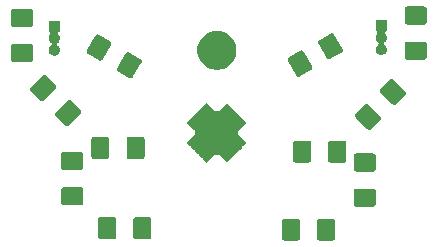
<source format=gbr>
G04 #@! TF.GenerationSoftware,KiCad,Pcbnew,(5.1.5)-3*
G04 #@! TF.CreationDate,2020-05-15T21:02:07+03:00*
G04 #@! TF.ProjectId,ButterflyJewel,42757474-6572-4666-9c79-4a6577656c2e,rev?*
G04 #@! TF.SameCoordinates,Original*
G04 #@! TF.FileFunction,Soldermask,Top*
G04 #@! TF.FilePolarity,Negative*
%FSLAX46Y46*%
G04 Gerber Fmt 4.6, Leading zero omitted, Abs format (unit mm)*
G04 Created by KiCad (PCBNEW (5.1.5)-3) date 2020-05-15 21:02:07*
%MOMM*%
%LPD*%
G04 APERTURE LIST*
%ADD10C,0.100000*%
G04 APERTURE END LIST*
D10*
G36*
X205872062Y-46957181D02*
G01*
X205906981Y-46967774D01*
X205939163Y-46984976D01*
X205967373Y-47008127D01*
X205990524Y-47036337D01*
X206007726Y-47068519D01*
X206018319Y-47103438D01*
X206022500Y-47145895D01*
X206022500Y-48612105D01*
X206018319Y-48654562D01*
X206007726Y-48689481D01*
X205990524Y-48721663D01*
X205967373Y-48749873D01*
X205939163Y-48773024D01*
X205906981Y-48790226D01*
X205872062Y-48800819D01*
X205829605Y-48805000D01*
X204688395Y-48805000D01*
X204645938Y-48800819D01*
X204611019Y-48790226D01*
X204578837Y-48773024D01*
X204550627Y-48749873D01*
X204527476Y-48721663D01*
X204510274Y-48689481D01*
X204499681Y-48654562D01*
X204495500Y-48612105D01*
X204495500Y-47145895D01*
X204499681Y-47103438D01*
X204510274Y-47068519D01*
X204527476Y-47036337D01*
X204550627Y-47008127D01*
X204578837Y-46984976D01*
X204611019Y-46967774D01*
X204645938Y-46957181D01*
X204688395Y-46953000D01*
X205829605Y-46953000D01*
X205872062Y-46957181D01*
G37*
G36*
X202897062Y-46957181D02*
G01*
X202931981Y-46967774D01*
X202964163Y-46984976D01*
X202992373Y-47008127D01*
X203015524Y-47036337D01*
X203032726Y-47068519D01*
X203043319Y-47103438D01*
X203047500Y-47145895D01*
X203047500Y-48612105D01*
X203043319Y-48654562D01*
X203032726Y-48689481D01*
X203015524Y-48721663D01*
X202992373Y-48749873D01*
X202964163Y-48773024D01*
X202931981Y-48790226D01*
X202897062Y-48800819D01*
X202854605Y-48805000D01*
X201713395Y-48805000D01*
X201670938Y-48800819D01*
X201636019Y-48790226D01*
X201603837Y-48773024D01*
X201575627Y-48749873D01*
X201552476Y-48721663D01*
X201535274Y-48689481D01*
X201524681Y-48654562D01*
X201520500Y-48612105D01*
X201520500Y-47145895D01*
X201524681Y-47103438D01*
X201535274Y-47068519D01*
X201552476Y-47036337D01*
X201575627Y-47008127D01*
X201603837Y-46984976D01*
X201636019Y-46967774D01*
X201670938Y-46957181D01*
X201713395Y-46953000D01*
X202854605Y-46953000D01*
X202897062Y-46957181D01*
G37*
G36*
X187339562Y-46830181D02*
G01*
X187374481Y-46840774D01*
X187406663Y-46857976D01*
X187434873Y-46881127D01*
X187458024Y-46909337D01*
X187475226Y-46941519D01*
X187485819Y-46976438D01*
X187490000Y-47018895D01*
X187490000Y-48485105D01*
X187485819Y-48527562D01*
X187475226Y-48562481D01*
X187458024Y-48594663D01*
X187434873Y-48622873D01*
X187406663Y-48646024D01*
X187374481Y-48663226D01*
X187339562Y-48673819D01*
X187297105Y-48678000D01*
X186155895Y-48678000D01*
X186113438Y-48673819D01*
X186078519Y-48663226D01*
X186046337Y-48646024D01*
X186018127Y-48622873D01*
X185994976Y-48594663D01*
X185977774Y-48562481D01*
X185967181Y-48527562D01*
X185963000Y-48485105D01*
X185963000Y-47018895D01*
X185967181Y-46976438D01*
X185977774Y-46941519D01*
X185994976Y-46909337D01*
X186018127Y-46881127D01*
X186046337Y-46857976D01*
X186078519Y-46840774D01*
X186113438Y-46830181D01*
X186155895Y-46826000D01*
X187297105Y-46826000D01*
X187339562Y-46830181D01*
G37*
G36*
X190314562Y-46830181D02*
G01*
X190349481Y-46840774D01*
X190381663Y-46857976D01*
X190409873Y-46881127D01*
X190433024Y-46909337D01*
X190450226Y-46941519D01*
X190460819Y-46976438D01*
X190465000Y-47018895D01*
X190465000Y-48485105D01*
X190460819Y-48527562D01*
X190450226Y-48562481D01*
X190433024Y-48594663D01*
X190409873Y-48622873D01*
X190381663Y-48646024D01*
X190349481Y-48663226D01*
X190314562Y-48673819D01*
X190272105Y-48678000D01*
X189130895Y-48678000D01*
X189088438Y-48673819D01*
X189053519Y-48663226D01*
X189021337Y-48646024D01*
X188993127Y-48622873D01*
X188969976Y-48594663D01*
X188952774Y-48562481D01*
X188942181Y-48527562D01*
X188938000Y-48485105D01*
X188938000Y-47018895D01*
X188942181Y-46976438D01*
X188952774Y-46941519D01*
X188969976Y-46909337D01*
X188993127Y-46881127D01*
X189021337Y-46857976D01*
X189053519Y-46840774D01*
X189088438Y-46830181D01*
X189130895Y-46826000D01*
X190272105Y-46826000D01*
X190314562Y-46830181D01*
G37*
G36*
X209309562Y-44416181D02*
G01*
X209344481Y-44426774D01*
X209376663Y-44443976D01*
X209404873Y-44467127D01*
X209428024Y-44495337D01*
X209445226Y-44527519D01*
X209455819Y-44562438D01*
X209460000Y-44604895D01*
X209460000Y-45746105D01*
X209455819Y-45788562D01*
X209445226Y-45823481D01*
X209428024Y-45855663D01*
X209404873Y-45883873D01*
X209376663Y-45907024D01*
X209344481Y-45924226D01*
X209309562Y-45934819D01*
X209267105Y-45939000D01*
X207800895Y-45939000D01*
X207758438Y-45934819D01*
X207723519Y-45924226D01*
X207691337Y-45907024D01*
X207663127Y-45883873D01*
X207639976Y-45855663D01*
X207622774Y-45823481D01*
X207612181Y-45788562D01*
X207608000Y-45746105D01*
X207608000Y-44604895D01*
X207612181Y-44562438D01*
X207622774Y-44527519D01*
X207639976Y-44495337D01*
X207663127Y-44467127D01*
X207691337Y-44443976D01*
X207723519Y-44426774D01*
X207758438Y-44416181D01*
X207800895Y-44412000D01*
X209267105Y-44412000D01*
X209309562Y-44416181D01*
G37*
G36*
X184544562Y-44289181D02*
G01*
X184579481Y-44299774D01*
X184611663Y-44316976D01*
X184639873Y-44340127D01*
X184663024Y-44368337D01*
X184680226Y-44400519D01*
X184690819Y-44435438D01*
X184695000Y-44477895D01*
X184695000Y-45619105D01*
X184690819Y-45661562D01*
X184680226Y-45696481D01*
X184663024Y-45728663D01*
X184639873Y-45756873D01*
X184611663Y-45780024D01*
X184579481Y-45797226D01*
X184544562Y-45807819D01*
X184502105Y-45812000D01*
X183035895Y-45812000D01*
X182993438Y-45807819D01*
X182958519Y-45797226D01*
X182926337Y-45780024D01*
X182898127Y-45756873D01*
X182874976Y-45728663D01*
X182857774Y-45696481D01*
X182847181Y-45661562D01*
X182843000Y-45619105D01*
X182843000Y-44477895D01*
X182847181Y-44435438D01*
X182857774Y-44400519D01*
X182874976Y-44368337D01*
X182898127Y-44340127D01*
X182926337Y-44316976D01*
X182958519Y-44299774D01*
X182993438Y-44289181D01*
X183035895Y-44285000D01*
X184502105Y-44285000D01*
X184544562Y-44289181D01*
G37*
G36*
X209309562Y-41441181D02*
G01*
X209344481Y-41451774D01*
X209376663Y-41468976D01*
X209404873Y-41492127D01*
X209428024Y-41520337D01*
X209445226Y-41552519D01*
X209455819Y-41587438D01*
X209460000Y-41629895D01*
X209460000Y-42771105D01*
X209455819Y-42813562D01*
X209445226Y-42848481D01*
X209428024Y-42880663D01*
X209404873Y-42908873D01*
X209376663Y-42932024D01*
X209344481Y-42949226D01*
X209309562Y-42959819D01*
X209267105Y-42964000D01*
X207800895Y-42964000D01*
X207758438Y-42959819D01*
X207723519Y-42949226D01*
X207691337Y-42932024D01*
X207663127Y-42908873D01*
X207639976Y-42880663D01*
X207622774Y-42848481D01*
X207612181Y-42813562D01*
X207608000Y-42771105D01*
X207608000Y-41629895D01*
X207612181Y-41587438D01*
X207622774Y-41552519D01*
X207639976Y-41520337D01*
X207663127Y-41492127D01*
X207691337Y-41468976D01*
X207723519Y-41451774D01*
X207758438Y-41441181D01*
X207800895Y-41437000D01*
X209267105Y-41437000D01*
X209309562Y-41441181D01*
G37*
G36*
X184544562Y-41314181D02*
G01*
X184579481Y-41324774D01*
X184611663Y-41341976D01*
X184639873Y-41365127D01*
X184663024Y-41393337D01*
X184680226Y-41425519D01*
X184690819Y-41460438D01*
X184695000Y-41502895D01*
X184695000Y-42644105D01*
X184690819Y-42686562D01*
X184680226Y-42721481D01*
X184663024Y-42753663D01*
X184639873Y-42781873D01*
X184611663Y-42805024D01*
X184579481Y-42822226D01*
X184544562Y-42832819D01*
X184502105Y-42837000D01*
X183035895Y-42837000D01*
X182993438Y-42832819D01*
X182958519Y-42822226D01*
X182926337Y-42805024D01*
X182898127Y-42781873D01*
X182874976Y-42753663D01*
X182857774Y-42721481D01*
X182847181Y-42686562D01*
X182843000Y-42644105D01*
X182843000Y-41502895D01*
X182847181Y-41460438D01*
X182857774Y-41425519D01*
X182874976Y-41393337D01*
X182898127Y-41365127D01*
X182926337Y-41341976D01*
X182958519Y-41324774D01*
X182993438Y-41314181D01*
X183035895Y-41310000D01*
X184502105Y-41310000D01*
X184544562Y-41314181D01*
G37*
G36*
X196865322Y-37169825D02*
G01*
X196869996Y-37171243D01*
X196874298Y-37173542D01*
X196882837Y-37180550D01*
X197086998Y-37384711D01*
X197094006Y-37393250D01*
X197096305Y-37397552D01*
X197097723Y-37402226D01*
X197098531Y-37410428D01*
X197103312Y-37434462D01*
X197112690Y-37457100D01*
X197126305Y-37477474D01*
X197143632Y-37494801D01*
X197164007Y-37508414D01*
X197186646Y-37517791D01*
X197210673Y-37522570D01*
X197218875Y-37523378D01*
X197223549Y-37524796D01*
X197227851Y-37527095D01*
X197236390Y-37534103D01*
X197440551Y-37738264D01*
X197447559Y-37746803D01*
X197449858Y-37751105D01*
X197451276Y-37755779D01*
X197452084Y-37763981D01*
X197456865Y-37788015D01*
X197466243Y-37810653D01*
X197479858Y-37831027D01*
X197497185Y-37848354D01*
X197517560Y-37861967D01*
X197540199Y-37871344D01*
X197564226Y-37876123D01*
X197572429Y-37876931D01*
X197577103Y-37878349D01*
X197581405Y-37880648D01*
X197589944Y-37887656D01*
X197794105Y-38091817D01*
X197801113Y-38100356D01*
X197803412Y-38104658D01*
X197804830Y-38109332D01*
X197805638Y-38117535D01*
X197810419Y-38141568D01*
X197819797Y-38164207D01*
X197833411Y-38184581D01*
X197850739Y-38201907D01*
X197871113Y-38215521D01*
X197893752Y-38224897D01*
X197917780Y-38229677D01*
X197925982Y-38230485D01*
X197930656Y-38231903D01*
X197934958Y-38234202D01*
X197943497Y-38241210D01*
X198147658Y-38445371D01*
X198154666Y-38453910D01*
X198156965Y-38458212D01*
X198158383Y-38462886D01*
X198159191Y-38471088D01*
X198163972Y-38495122D01*
X198173350Y-38517760D01*
X198186965Y-38538134D01*
X198204292Y-38555461D01*
X198224667Y-38569074D01*
X198247306Y-38578451D01*
X198271333Y-38583230D01*
X198279535Y-38584038D01*
X198284209Y-38585456D01*
X198288511Y-38587755D01*
X198297050Y-38594763D01*
X198501211Y-38798924D01*
X198508219Y-38807463D01*
X198510518Y-38811765D01*
X198511936Y-38816439D01*
X198512414Y-38821294D01*
X198511936Y-38826149D01*
X198510518Y-38830823D01*
X198508219Y-38835125D01*
X198501211Y-38843664D01*
X197872788Y-39472087D01*
X197862322Y-39480676D01*
X197844995Y-39498003D01*
X197831381Y-39518377D01*
X197822003Y-39541016D01*
X197817222Y-39565049D01*
X197817222Y-39589553D01*
X197822002Y-39613586D01*
X197823359Y-39616864D01*
X197835422Y-39656630D01*
X197838462Y-39687500D01*
X197835422Y-39718370D01*
X197823354Y-39758152D01*
X197821997Y-39761431D01*
X197817220Y-39785465D01*
X197817224Y-39809969D01*
X197822008Y-39834001D01*
X197831389Y-39856639D01*
X197845006Y-39877011D01*
X197862322Y-39894324D01*
X197872788Y-39902913D01*
X198501211Y-40531336D01*
X198508219Y-40539875D01*
X198510518Y-40544177D01*
X198511936Y-40548851D01*
X198512414Y-40553706D01*
X198511936Y-40558561D01*
X198510518Y-40563235D01*
X198508219Y-40567537D01*
X198501211Y-40576076D01*
X198297050Y-40780237D01*
X198288511Y-40787245D01*
X198284209Y-40789544D01*
X198279535Y-40790962D01*
X198271333Y-40791770D01*
X198247299Y-40796551D01*
X198224661Y-40805929D01*
X198204287Y-40819544D01*
X198186960Y-40836871D01*
X198173347Y-40857246D01*
X198163970Y-40879885D01*
X198159191Y-40903912D01*
X198158383Y-40912114D01*
X198156965Y-40916788D01*
X198154666Y-40921090D01*
X198147658Y-40929629D01*
X197943497Y-41133790D01*
X197934958Y-41140798D01*
X197930656Y-41143097D01*
X197925982Y-41144515D01*
X197917780Y-41145323D01*
X197893746Y-41150104D01*
X197871108Y-41159482D01*
X197850734Y-41173097D01*
X197833407Y-41190424D01*
X197819794Y-41210799D01*
X197810417Y-41233438D01*
X197805638Y-41257465D01*
X197804830Y-41265668D01*
X197803412Y-41270342D01*
X197801113Y-41274644D01*
X197794105Y-41283183D01*
X197589944Y-41487344D01*
X197581405Y-41494352D01*
X197577103Y-41496651D01*
X197572429Y-41498069D01*
X197564226Y-41498877D01*
X197540193Y-41503658D01*
X197517554Y-41513036D01*
X197497180Y-41526650D01*
X197479854Y-41543978D01*
X197466240Y-41564352D01*
X197456864Y-41586991D01*
X197452084Y-41611019D01*
X197451276Y-41619221D01*
X197449858Y-41623895D01*
X197447559Y-41628197D01*
X197440551Y-41636736D01*
X197236390Y-41840897D01*
X197227851Y-41847905D01*
X197223549Y-41850204D01*
X197218875Y-41851622D01*
X197210673Y-41852430D01*
X197186639Y-41857211D01*
X197164001Y-41866589D01*
X197143627Y-41880204D01*
X197126300Y-41897531D01*
X197112687Y-41917906D01*
X197103310Y-41940545D01*
X197098531Y-41964572D01*
X197097723Y-41972774D01*
X197096305Y-41977448D01*
X197094006Y-41981750D01*
X197086998Y-41990289D01*
X196882837Y-42194450D01*
X196874298Y-42201458D01*
X196869996Y-42203757D01*
X196865322Y-42205175D01*
X196860467Y-42205653D01*
X196855612Y-42205175D01*
X196850938Y-42203757D01*
X196846636Y-42201458D01*
X196838097Y-42194450D01*
X196209674Y-41566027D01*
X196201085Y-41555561D01*
X196183758Y-41538234D01*
X196163384Y-41524620D01*
X196140745Y-41515242D01*
X196116712Y-41510461D01*
X196092208Y-41510461D01*
X196068175Y-41515241D01*
X196064897Y-41516598D01*
X196025131Y-41528661D01*
X195994261Y-41531701D01*
X195963391Y-41528661D01*
X195923609Y-41516593D01*
X195920330Y-41515236D01*
X195896296Y-41510459D01*
X195871792Y-41510463D01*
X195847760Y-41515247D01*
X195825122Y-41524628D01*
X195804750Y-41538245D01*
X195787437Y-41555561D01*
X195778848Y-41566027D01*
X195150425Y-42194450D01*
X195141886Y-42201458D01*
X195137584Y-42203757D01*
X195132910Y-42205175D01*
X195128055Y-42205653D01*
X195123200Y-42205175D01*
X195118526Y-42203757D01*
X195114224Y-42201458D01*
X195105685Y-42194450D01*
X194901524Y-41990289D01*
X194894516Y-41981750D01*
X194892217Y-41977448D01*
X194890799Y-41972774D01*
X194889991Y-41964572D01*
X194885210Y-41940538D01*
X194875832Y-41917900D01*
X194862217Y-41897526D01*
X194844890Y-41880199D01*
X194824515Y-41866586D01*
X194801876Y-41857209D01*
X194777849Y-41852430D01*
X194769647Y-41851622D01*
X194764973Y-41850204D01*
X194760671Y-41847905D01*
X194752132Y-41840897D01*
X194547971Y-41636736D01*
X194540963Y-41628197D01*
X194538664Y-41623895D01*
X194537246Y-41619221D01*
X194536438Y-41611019D01*
X194531657Y-41586985D01*
X194522279Y-41564347D01*
X194508664Y-41543973D01*
X194491337Y-41526646D01*
X194470962Y-41513033D01*
X194448323Y-41503656D01*
X194424296Y-41498877D01*
X194416093Y-41498069D01*
X194411419Y-41496651D01*
X194407117Y-41494352D01*
X194398578Y-41487344D01*
X194194417Y-41283183D01*
X194187409Y-41274644D01*
X194185110Y-41270342D01*
X194183692Y-41265668D01*
X194182884Y-41257465D01*
X194178103Y-41233432D01*
X194168725Y-41210793D01*
X194155111Y-41190419D01*
X194137783Y-41173093D01*
X194117409Y-41159479D01*
X194094770Y-41150103D01*
X194070742Y-41145323D01*
X194062540Y-41144515D01*
X194057866Y-41143097D01*
X194053564Y-41140798D01*
X194045025Y-41133790D01*
X193840864Y-40929629D01*
X193833856Y-40921090D01*
X193831557Y-40916788D01*
X193830139Y-40912114D01*
X193829331Y-40903912D01*
X193824550Y-40879878D01*
X193815172Y-40857240D01*
X193801557Y-40836866D01*
X193784230Y-40819539D01*
X193763855Y-40805926D01*
X193741216Y-40796549D01*
X193717189Y-40791770D01*
X193708987Y-40790962D01*
X193704313Y-40789544D01*
X193700011Y-40787245D01*
X193691472Y-40780237D01*
X193487311Y-40576076D01*
X193480303Y-40567537D01*
X193478004Y-40563235D01*
X193476586Y-40558561D01*
X193476108Y-40553706D01*
X193476586Y-40548851D01*
X193478004Y-40544177D01*
X193480303Y-40539875D01*
X193487311Y-40531336D01*
X194115734Y-39902913D01*
X194126200Y-39894324D01*
X194143527Y-39876997D01*
X194157141Y-39856623D01*
X194166519Y-39833984D01*
X194171300Y-39809951D01*
X194171300Y-39785447D01*
X194166520Y-39761414D01*
X194165163Y-39758136D01*
X194153100Y-39718370D01*
X194150060Y-39687500D01*
X194153100Y-39656630D01*
X194165168Y-39616848D01*
X194166525Y-39613569D01*
X194171302Y-39589535D01*
X194171298Y-39565031D01*
X194166514Y-39540999D01*
X194157133Y-39518361D01*
X194143516Y-39497989D01*
X194126200Y-39480676D01*
X194115734Y-39472087D01*
X193487311Y-38843664D01*
X193480303Y-38835125D01*
X193478004Y-38830823D01*
X193476586Y-38826149D01*
X193476108Y-38821294D01*
X193476586Y-38816439D01*
X193478004Y-38811765D01*
X193480303Y-38807463D01*
X193487311Y-38798924D01*
X193691472Y-38594763D01*
X193700011Y-38587755D01*
X193704313Y-38585456D01*
X193708987Y-38584038D01*
X193717189Y-38583230D01*
X193741223Y-38578449D01*
X193763861Y-38569071D01*
X193784235Y-38555456D01*
X193801562Y-38538129D01*
X193815175Y-38517754D01*
X193824552Y-38495115D01*
X193829331Y-38471088D01*
X193830139Y-38462886D01*
X193831557Y-38458212D01*
X193833856Y-38453910D01*
X193840864Y-38445371D01*
X194045025Y-38241210D01*
X194053564Y-38234202D01*
X194057866Y-38231903D01*
X194062540Y-38230485D01*
X194070742Y-38229677D01*
X194094776Y-38224896D01*
X194117414Y-38215518D01*
X194137788Y-38201903D01*
X194155115Y-38184576D01*
X194168728Y-38164201D01*
X194178105Y-38141562D01*
X194182884Y-38117535D01*
X194183692Y-38109332D01*
X194185110Y-38104658D01*
X194187409Y-38100356D01*
X194194417Y-38091817D01*
X194398578Y-37887656D01*
X194407117Y-37880648D01*
X194411419Y-37878349D01*
X194416093Y-37876931D01*
X194424296Y-37876123D01*
X194448329Y-37871342D01*
X194470968Y-37861964D01*
X194491342Y-37848350D01*
X194508668Y-37831022D01*
X194522282Y-37810648D01*
X194531658Y-37788009D01*
X194536438Y-37763981D01*
X194537246Y-37755779D01*
X194538664Y-37751105D01*
X194540963Y-37746803D01*
X194547971Y-37738264D01*
X194752132Y-37534103D01*
X194760671Y-37527095D01*
X194764973Y-37524796D01*
X194769647Y-37523378D01*
X194777849Y-37522570D01*
X194801883Y-37517789D01*
X194824521Y-37508411D01*
X194844895Y-37494796D01*
X194862222Y-37477469D01*
X194875835Y-37457094D01*
X194885212Y-37434455D01*
X194889991Y-37410428D01*
X194890799Y-37402226D01*
X194892217Y-37397552D01*
X194894516Y-37393250D01*
X194901524Y-37384711D01*
X195105685Y-37180550D01*
X195114224Y-37173542D01*
X195118526Y-37171243D01*
X195123200Y-37169825D01*
X195128055Y-37169347D01*
X195132910Y-37169825D01*
X195137584Y-37171243D01*
X195141886Y-37173542D01*
X195150425Y-37180550D01*
X195778848Y-37808973D01*
X195787437Y-37819439D01*
X195804764Y-37836766D01*
X195825138Y-37850380D01*
X195847777Y-37859758D01*
X195871810Y-37864539D01*
X195896314Y-37864539D01*
X195920347Y-37859759D01*
X195923625Y-37858402D01*
X195963391Y-37846339D01*
X195994261Y-37843299D01*
X196025131Y-37846339D01*
X196064913Y-37858407D01*
X196068192Y-37859764D01*
X196092226Y-37864541D01*
X196116730Y-37864537D01*
X196140762Y-37859753D01*
X196163400Y-37850372D01*
X196183772Y-37836755D01*
X196201085Y-37819439D01*
X196209674Y-37808973D01*
X196838097Y-37180550D01*
X196846636Y-37173542D01*
X196850938Y-37171243D01*
X196855612Y-37169825D01*
X196860467Y-37169347D01*
X196865322Y-37169825D01*
G37*
G36*
X203849562Y-40353181D02*
G01*
X203884481Y-40363774D01*
X203916663Y-40380976D01*
X203944873Y-40404127D01*
X203968024Y-40432337D01*
X203985226Y-40464519D01*
X203995819Y-40499438D01*
X204000000Y-40541895D01*
X204000000Y-42008105D01*
X203995819Y-42050562D01*
X203985226Y-42085481D01*
X203968024Y-42117663D01*
X203944873Y-42145873D01*
X203916663Y-42169024D01*
X203884481Y-42186226D01*
X203849562Y-42196819D01*
X203807105Y-42201000D01*
X202665895Y-42201000D01*
X202623438Y-42196819D01*
X202588519Y-42186226D01*
X202556337Y-42169024D01*
X202528127Y-42145873D01*
X202504976Y-42117663D01*
X202487774Y-42085481D01*
X202477181Y-42050562D01*
X202473000Y-42008105D01*
X202473000Y-40541895D01*
X202477181Y-40499438D01*
X202487774Y-40464519D01*
X202504976Y-40432337D01*
X202528127Y-40404127D01*
X202556337Y-40380976D01*
X202588519Y-40363774D01*
X202623438Y-40353181D01*
X202665895Y-40349000D01*
X203807105Y-40349000D01*
X203849562Y-40353181D01*
G37*
G36*
X206824562Y-40353181D02*
G01*
X206859481Y-40363774D01*
X206891663Y-40380976D01*
X206919873Y-40404127D01*
X206943024Y-40432337D01*
X206960226Y-40464519D01*
X206970819Y-40499438D01*
X206975000Y-40541895D01*
X206975000Y-42008105D01*
X206970819Y-42050562D01*
X206960226Y-42085481D01*
X206943024Y-42117663D01*
X206919873Y-42145873D01*
X206891663Y-42169024D01*
X206859481Y-42186226D01*
X206824562Y-42196819D01*
X206782105Y-42201000D01*
X205640895Y-42201000D01*
X205598438Y-42196819D01*
X205563519Y-42186226D01*
X205531337Y-42169024D01*
X205503127Y-42145873D01*
X205479976Y-42117663D01*
X205462774Y-42085481D01*
X205452181Y-42050562D01*
X205448000Y-42008105D01*
X205448000Y-40541895D01*
X205452181Y-40499438D01*
X205462774Y-40464519D01*
X205479976Y-40432337D01*
X205503127Y-40404127D01*
X205531337Y-40380976D01*
X205563519Y-40363774D01*
X205598438Y-40353181D01*
X205640895Y-40349000D01*
X206782105Y-40349000D01*
X206824562Y-40353181D01*
G37*
G36*
X189743062Y-40035681D02*
G01*
X189777981Y-40046274D01*
X189810163Y-40063476D01*
X189838373Y-40086627D01*
X189861524Y-40114837D01*
X189878726Y-40147019D01*
X189889319Y-40181938D01*
X189893500Y-40224395D01*
X189893500Y-41690605D01*
X189889319Y-41733062D01*
X189878726Y-41767981D01*
X189861524Y-41800163D01*
X189838373Y-41828373D01*
X189810163Y-41851524D01*
X189777981Y-41868726D01*
X189743062Y-41879319D01*
X189700605Y-41883500D01*
X188559395Y-41883500D01*
X188516938Y-41879319D01*
X188482019Y-41868726D01*
X188449837Y-41851524D01*
X188421627Y-41828373D01*
X188398476Y-41800163D01*
X188381274Y-41767981D01*
X188370681Y-41733062D01*
X188366500Y-41690605D01*
X188366500Y-40224395D01*
X188370681Y-40181938D01*
X188381274Y-40147019D01*
X188398476Y-40114837D01*
X188421627Y-40086627D01*
X188449837Y-40063476D01*
X188482019Y-40046274D01*
X188516938Y-40035681D01*
X188559395Y-40031500D01*
X189700605Y-40031500D01*
X189743062Y-40035681D01*
G37*
G36*
X186768062Y-40035681D02*
G01*
X186802981Y-40046274D01*
X186835163Y-40063476D01*
X186863373Y-40086627D01*
X186886524Y-40114837D01*
X186903726Y-40147019D01*
X186914319Y-40181938D01*
X186918500Y-40224395D01*
X186918500Y-41690605D01*
X186914319Y-41733062D01*
X186903726Y-41767981D01*
X186886524Y-41800163D01*
X186863373Y-41828373D01*
X186835163Y-41851524D01*
X186802981Y-41868726D01*
X186768062Y-41879319D01*
X186725605Y-41883500D01*
X185584395Y-41883500D01*
X185541938Y-41879319D01*
X185507019Y-41868726D01*
X185474837Y-41851524D01*
X185446627Y-41828373D01*
X185423476Y-41800163D01*
X185406274Y-41767981D01*
X185395681Y-41733062D01*
X185391500Y-41690605D01*
X185391500Y-40224395D01*
X185395681Y-40181938D01*
X185406274Y-40147019D01*
X185423476Y-40114837D01*
X185446627Y-40086627D01*
X185474837Y-40063476D01*
X185507019Y-40046274D01*
X185541938Y-40035681D01*
X185584395Y-40031500D01*
X186725605Y-40031500D01*
X186768062Y-40035681D01*
G37*
G36*
X208737091Y-37213202D02*
G01*
X208772010Y-37223795D01*
X208804192Y-37240997D01*
X208837166Y-37268058D01*
X208890198Y-37321090D01*
X208890204Y-37321095D01*
X209820905Y-38251796D01*
X209820910Y-38251802D01*
X209873942Y-38304834D01*
X209901003Y-38337808D01*
X209918205Y-38369990D01*
X209928798Y-38404909D01*
X209932374Y-38441226D01*
X209928798Y-38477543D01*
X209918205Y-38512462D01*
X209901003Y-38544644D01*
X209873942Y-38577618D01*
X209820910Y-38630650D01*
X209820905Y-38630656D01*
X209120014Y-39331547D01*
X209120008Y-39331552D01*
X209066976Y-39384584D01*
X209034002Y-39411645D01*
X209001820Y-39428847D01*
X208966901Y-39439440D01*
X208930584Y-39443016D01*
X208894267Y-39439440D01*
X208859348Y-39428847D01*
X208827166Y-39411645D01*
X208794192Y-39384584D01*
X208741160Y-39331552D01*
X208741154Y-39331547D01*
X207810453Y-38400846D01*
X207810448Y-38400840D01*
X207757416Y-38347808D01*
X207730355Y-38314834D01*
X207713153Y-38282652D01*
X207702560Y-38247733D01*
X207698984Y-38211416D01*
X207702560Y-38175099D01*
X207713153Y-38140180D01*
X207730355Y-38107998D01*
X207757416Y-38075024D01*
X207810448Y-38021992D01*
X207810453Y-38021986D01*
X208511344Y-37321095D01*
X208511350Y-37321090D01*
X208564382Y-37268058D01*
X208597356Y-37240997D01*
X208629538Y-37223795D01*
X208664457Y-37213202D01*
X208700774Y-37209626D01*
X208737091Y-37213202D01*
G37*
G36*
X183575043Y-36895702D02*
G01*
X183609962Y-36906295D01*
X183642144Y-36923497D01*
X183675118Y-36950558D01*
X183728150Y-37003590D01*
X183728156Y-37003595D01*
X184429047Y-37704486D01*
X184429052Y-37704492D01*
X184482084Y-37757524D01*
X184509145Y-37790498D01*
X184526347Y-37822680D01*
X184536940Y-37857599D01*
X184540516Y-37893916D01*
X184536940Y-37930233D01*
X184526347Y-37965152D01*
X184509145Y-37997334D01*
X184482084Y-38030308D01*
X184429052Y-38083340D01*
X184429047Y-38083346D01*
X183498346Y-39014047D01*
X183498340Y-39014052D01*
X183445308Y-39067084D01*
X183412334Y-39094145D01*
X183380152Y-39111347D01*
X183345233Y-39121940D01*
X183308916Y-39125516D01*
X183272599Y-39121940D01*
X183237680Y-39111347D01*
X183205498Y-39094145D01*
X183172524Y-39067084D01*
X183119492Y-39014052D01*
X183119486Y-39014047D01*
X182418595Y-38313156D01*
X182418590Y-38313150D01*
X182365558Y-38260118D01*
X182338497Y-38227144D01*
X182321295Y-38194962D01*
X182310702Y-38160043D01*
X182307126Y-38123726D01*
X182310702Y-38087409D01*
X182321295Y-38052490D01*
X182338497Y-38020308D01*
X182365558Y-37987334D01*
X182418590Y-37934302D01*
X182418595Y-37934296D01*
X183349296Y-37003595D01*
X183349302Y-37003590D01*
X183402334Y-36950558D01*
X183435308Y-36923497D01*
X183467490Y-36906295D01*
X183502409Y-36895702D01*
X183538726Y-36892126D01*
X183575043Y-36895702D01*
G37*
G36*
X210840733Y-35109560D02*
G01*
X210875652Y-35120153D01*
X210907834Y-35137355D01*
X210940808Y-35164416D01*
X210993840Y-35217448D01*
X210993846Y-35217453D01*
X211924547Y-36148154D01*
X211924552Y-36148160D01*
X211977584Y-36201192D01*
X212004645Y-36234166D01*
X212021847Y-36266348D01*
X212032440Y-36301267D01*
X212036016Y-36337584D01*
X212032440Y-36373901D01*
X212021847Y-36408820D01*
X212004645Y-36441002D01*
X211977584Y-36473976D01*
X211924552Y-36527008D01*
X211924547Y-36527014D01*
X211223656Y-37227905D01*
X211223650Y-37227910D01*
X211170618Y-37280942D01*
X211137644Y-37308003D01*
X211105462Y-37325205D01*
X211070543Y-37335798D01*
X211034226Y-37339374D01*
X210997909Y-37335798D01*
X210962990Y-37325205D01*
X210930808Y-37308003D01*
X210897834Y-37280942D01*
X210844802Y-37227910D01*
X210844796Y-37227905D01*
X209914095Y-36297204D01*
X209914090Y-36297198D01*
X209861058Y-36244166D01*
X209833997Y-36211192D01*
X209816795Y-36179010D01*
X209806202Y-36144091D01*
X209802626Y-36107774D01*
X209806202Y-36071457D01*
X209816795Y-36036538D01*
X209833997Y-36004356D01*
X209861058Y-35971382D01*
X209914090Y-35918350D01*
X209914095Y-35918344D01*
X210614986Y-35217453D01*
X210614992Y-35217448D01*
X210668024Y-35164416D01*
X210700998Y-35137355D01*
X210733180Y-35120153D01*
X210768099Y-35109560D01*
X210804416Y-35105984D01*
X210840733Y-35109560D01*
G37*
G36*
X181471401Y-34792060D02*
G01*
X181506320Y-34802653D01*
X181538502Y-34819855D01*
X181571476Y-34846916D01*
X181624508Y-34899948D01*
X181624514Y-34899953D01*
X182325405Y-35600844D01*
X182325410Y-35600850D01*
X182378442Y-35653882D01*
X182405503Y-35686856D01*
X182422705Y-35719038D01*
X182433298Y-35753957D01*
X182436874Y-35790274D01*
X182433298Y-35826591D01*
X182422705Y-35861510D01*
X182405503Y-35893692D01*
X182378442Y-35926666D01*
X182325410Y-35979698D01*
X182325405Y-35979704D01*
X181394704Y-36910405D01*
X181394698Y-36910410D01*
X181341666Y-36963442D01*
X181308692Y-36990503D01*
X181276510Y-37007705D01*
X181241591Y-37018298D01*
X181205274Y-37021874D01*
X181168957Y-37018298D01*
X181134038Y-37007705D01*
X181101856Y-36990503D01*
X181068882Y-36963442D01*
X181015850Y-36910410D01*
X181015844Y-36910405D01*
X180314953Y-36209514D01*
X180314948Y-36209508D01*
X180261916Y-36156476D01*
X180234855Y-36123502D01*
X180217653Y-36091320D01*
X180207060Y-36056401D01*
X180203484Y-36020084D01*
X180207060Y-35983767D01*
X180217653Y-35948848D01*
X180234855Y-35916666D01*
X180261916Y-35883692D01*
X180314948Y-35830660D01*
X180314953Y-35830654D01*
X181245654Y-34899953D01*
X181245660Y-34899948D01*
X181298692Y-34846916D01*
X181331666Y-34819855D01*
X181363848Y-34802653D01*
X181398767Y-34792060D01*
X181435084Y-34788484D01*
X181471401Y-34792060D01*
G37*
G36*
X188507659Y-32841115D02*
G01*
X188543196Y-32849402D01*
X188582052Y-32867007D01*
X188647001Y-32904505D01*
X188647007Y-32904508D01*
X189505420Y-33400113D01*
X189505424Y-33400116D01*
X189570371Y-33437613D01*
X189605050Y-33462464D01*
X189629994Y-33489096D01*
X189649263Y-33520083D01*
X189662119Y-33554242D01*
X189668063Y-33590242D01*
X189666869Y-33626717D01*
X189658582Y-33662254D01*
X189640977Y-33701110D01*
X189603479Y-33766059D01*
X189603476Y-33766065D01*
X188945371Y-34905936D01*
X188945368Y-34905940D01*
X188907871Y-34970887D01*
X188883020Y-35005566D01*
X188856388Y-35030510D01*
X188825401Y-35049779D01*
X188791242Y-35062635D01*
X188755242Y-35068579D01*
X188718767Y-35067385D01*
X188683230Y-35059098D01*
X188644374Y-35041493D01*
X188579425Y-35003995D01*
X188579419Y-35003992D01*
X187721006Y-34508387D01*
X187721002Y-34508384D01*
X187656055Y-34470887D01*
X187621376Y-34446036D01*
X187596432Y-34419404D01*
X187577163Y-34388417D01*
X187564307Y-34354258D01*
X187558363Y-34318258D01*
X187559557Y-34281783D01*
X187567844Y-34246246D01*
X187585449Y-34207390D01*
X187622947Y-34142441D01*
X187622950Y-34142435D01*
X188281055Y-33002564D01*
X188281058Y-33002560D01*
X188318555Y-32937613D01*
X188343406Y-32902934D01*
X188370038Y-32877990D01*
X188401025Y-32858721D01*
X188435184Y-32845865D01*
X188471184Y-32839921D01*
X188507659Y-32841115D01*
G37*
G36*
X203232816Y-32718865D02*
G01*
X203266975Y-32731721D01*
X203297962Y-32750990D01*
X203324594Y-32775934D01*
X203349445Y-32810613D01*
X203386942Y-32875560D01*
X203386945Y-32875564D01*
X204045050Y-34015435D01*
X204045053Y-34015441D01*
X204082551Y-34080390D01*
X204100156Y-34119246D01*
X204108443Y-34154783D01*
X204109637Y-34191258D01*
X204103693Y-34227258D01*
X204090837Y-34261417D01*
X204071568Y-34292404D01*
X204046624Y-34319036D01*
X204011945Y-34343887D01*
X203946998Y-34381384D01*
X203946994Y-34381387D01*
X203088581Y-34876992D01*
X203088575Y-34876995D01*
X203023626Y-34914493D01*
X202984770Y-34932098D01*
X202949233Y-34940385D01*
X202912758Y-34941579D01*
X202876758Y-34935635D01*
X202842599Y-34922779D01*
X202811612Y-34903510D01*
X202784980Y-34878566D01*
X202760129Y-34843887D01*
X202722632Y-34778940D01*
X202722629Y-34778936D01*
X202064524Y-33639065D01*
X202064521Y-33639059D01*
X202027023Y-33574110D01*
X202009418Y-33535254D01*
X202001131Y-33499717D01*
X201999937Y-33463242D01*
X202005881Y-33427242D01*
X202018737Y-33393083D01*
X202038006Y-33362096D01*
X202062950Y-33335464D01*
X202097629Y-33310613D01*
X202162576Y-33273116D01*
X202162580Y-33273113D01*
X203020993Y-32777508D01*
X203020999Y-32777505D01*
X203085948Y-32740007D01*
X203124804Y-32722402D01*
X203160341Y-32714115D01*
X203196816Y-32712921D01*
X203232816Y-32718865D01*
G37*
G36*
X196357546Y-31085402D02*
G01*
X196506079Y-31114947D01*
X196615242Y-31160164D01*
X196801386Y-31237267D01*
X196806542Y-31239403D01*
X197076951Y-31420085D01*
X197306915Y-31650049D01*
X197487597Y-31920458D01*
X197612053Y-32220921D01*
X197623519Y-32278565D01*
X197675500Y-32539889D01*
X197675500Y-32865111D01*
X197612053Y-33184078D01*
X197488076Y-33483387D01*
X197487597Y-33484542D01*
X197306915Y-33754951D01*
X197076951Y-33984915D01*
X196806542Y-34165597D01*
X196506079Y-34290053D01*
X196399756Y-34311202D01*
X196187111Y-34353500D01*
X195861889Y-34353500D01*
X195649244Y-34311202D01*
X195542921Y-34290053D01*
X195242458Y-34165597D01*
X194972049Y-33984915D01*
X194742085Y-33754951D01*
X194561403Y-33484542D01*
X194560925Y-33483387D01*
X194436947Y-33184078D01*
X194373500Y-32865111D01*
X194373500Y-32539889D01*
X194425481Y-32278565D01*
X194436947Y-32220921D01*
X194561403Y-31920458D01*
X194742085Y-31650049D01*
X194972049Y-31420085D01*
X195242458Y-31239403D01*
X195247615Y-31237267D01*
X195433758Y-31160164D01*
X195542921Y-31114947D01*
X195691454Y-31085402D01*
X195861889Y-31051500D01*
X196187111Y-31051500D01*
X196357546Y-31085402D01*
G37*
G36*
X180290062Y-32160681D02*
G01*
X180324981Y-32171274D01*
X180357163Y-32188476D01*
X180385373Y-32211627D01*
X180408524Y-32239837D01*
X180425726Y-32272019D01*
X180436319Y-32306938D01*
X180440500Y-32349395D01*
X180440500Y-33490605D01*
X180436319Y-33533062D01*
X180425726Y-33567981D01*
X180408524Y-33600163D01*
X180385373Y-33628373D01*
X180357163Y-33651524D01*
X180324981Y-33668726D01*
X180290062Y-33679319D01*
X180247605Y-33683500D01*
X178781395Y-33683500D01*
X178738938Y-33679319D01*
X178704019Y-33668726D01*
X178671837Y-33651524D01*
X178643627Y-33628373D01*
X178620476Y-33600163D01*
X178603274Y-33567981D01*
X178592681Y-33533062D01*
X178588500Y-33490605D01*
X178588500Y-32349395D01*
X178592681Y-32306938D01*
X178603274Y-32272019D01*
X178620476Y-32239837D01*
X178643627Y-32211627D01*
X178671837Y-32188476D01*
X178704019Y-32171274D01*
X178738938Y-32160681D01*
X178781395Y-32156500D01*
X180247605Y-32156500D01*
X180290062Y-32160681D01*
G37*
G36*
X185931233Y-31353615D02*
G01*
X185966770Y-31361902D01*
X186005626Y-31379507D01*
X186070575Y-31417005D01*
X186070581Y-31417008D01*
X186928994Y-31912613D01*
X186928998Y-31912616D01*
X186993945Y-31950113D01*
X187028624Y-31974964D01*
X187053568Y-32001596D01*
X187072837Y-32032583D01*
X187085693Y-32066742D01*
X187091637Y-32102742D01*
X187090443Y-32139217D01*
X187082156Y-32174754D01*
X187064551Y-32213610D01*
X187027053Y-32278559D01*
X187027050Y-32278565D01*
X186368945Y-33418436D01*
X186368942Y-33418440D01*
X186331445Y-33483387D01*
X186306594Y-33518066D01*
X186279962Y-33543010D01*
X186248975Y-33562279D01*
X186214816Y-33575135D01*
X186178816Y-33581079D01*
X186142341Y-33579885D01*
X186106804Y-33571598D01*
X186067948Y-33553993D01*
X186002999Y-33516495D01*
X186002993Y-33516492D01*
X185144580Y-33020887D01*
X185144576Y-33020884D01*
X185079629Y-32983387D01*
X185044950Y-32958536D01*
X185020006Y-32931904D01*
X185000737Y-32900917D01*
X184987881Y-32866758D01*
X184981937Y-32830758D01*
X184983131Y-32794283D01*
X184991418Y-32758746D01*
X185009023Y-32719890D01*
X185046521Y-32654941D01*
X185046524Y-32654935D01*
X185704629Y-31515064D01*
X185704632Y-31515060D01*
X185742129Y-31450113D01*
X185766980Y-31415434D01*
X185793612Y-31390490D01*
X185824599Y-31371221D01*
X185858758Y-31358365D01*
X185894758Y-31352421D01*
X185931233Y-31353615D01*
G37*
G36*
X213627562Y-31970181D02*
G01*
X213662481Y-31980774D01*
X213694663Y-31997976D01*
X213722873Y-32021127D01*
X213746024Y-32049337D01*
X213763226Y-32081519D01*
X213773819Y-32116438D01*
X213778000Y-32158895D01*
X213778000Y-33300105D01*
X213773819Y-33342562D01*
X213763226Y-33377481D01*
X213746024Y-33409663D01*
X213722873Y-33437873D01*
X213694663Y-33461024D01*
X213662481Y-33478226D01*
X213627562Y-33488819D01*
X213585105Y-33493000D01*
X212118895Y-33493000D01*
X212076438Y-33488819D01*
X212041519Y-33478226D01*
X212009337Y-33461024D01*
X211981127Y-33437873D01*
X211957976Y-33409663D01*
X211940774Y-33377481D01*
X211930181Y-33342562D01*
X211926000Y-33300105D01*
X211926000Y-32158895D01*
X211930181Y-32116438D01*
X211940774Y-32081519D01*
X211957976Y-32049337D01*
X211981127Y-32021127D01*
X212009337Y-31997976D01*
X212041519Y-31980774D01*
X212076438Y-31970181D01*
X212118895Y-31966000D01*
X213585105Y-31966000D01*
X213627562Y-31970181D01*
G37*
G36*
X205809242Y-31231365D02*
G01*
X205843401Y-31244221D01*
X205874388Y-31263490D01*
X205901020Y-31288434D01*
X205925871Y-31323113D01*
X205963368Y-31388060D01*
X205963371Y-31388064D01*
X206621476Y-32527935D01*
X206621479Y-32527941D01*
X206658977Y-32592890D01*
X206676582Y-32631746D01*
X206684869Y-32667283D01*
X206686063Y-32703758D01*
X206680119Y-32739758D01*
X206667263Y-32773917D01*
X206647994Y-32804904D01*
X206623050Y-32831536D01*
X206588371Y-32856387D01*
X206523424Y-32893884D01*
X206523420Y-32893887D01*
X205665007Y-33389492D01*
X205665001Y-33389495D01*
X205600052Y-33426993D01*
X205561196Y-33444598D01*
X205525659Y-33452885D01*
X205489184Y-33454079D01*
X205453184Y-33448135D01*
X205419025Y-33435279D01*
X205388038Y-33416010D01*
X205361406Y-33391066D01*
X205336555Y-33356387D01*
X205299058Y-33291440D01*
X205299055Y-33291436D01*
X204640950Y-32151565D01*
X204640947Y-32151559D01*
X204603449Y-32086610D01*
X204585844Y-32047754D01*
X204577557Y-32012217D01*
X204576363Y-31975742D01*
X204582307Y-31939742D01*
X204595163Y-31905583D01*
X204614432Y-31874596D01*
X204639376Y-31847964D01*
X204674055Y-31823113D01*
X204739002Y-31785616D01*
X204739006Y-31785613D01*
X205597419Y-31290008D01*
X205597425Y-31290005D01*
X205662374Y-31252507D01*
X205701230Y-31234902D01*
X205736767Y-31226615D01*
X205773242Y-31225421D01*
X205809242Y-31231365D01*
G37*
G36*
X182721000Y-31146500D02*
G01*
X182695940Y-31146500D01*
X182671554Y-31148902D01*
X182648105Y-31156015D01*
X182626494Y-31167566D01*
X182607552Y-31183111D01*
X182592007Y-31202053D01*
X182580456Y-31223664D01*
X182573343Y-31247113D01*
X182570941Y-31271499D01*
X182573343Y-31295885D01*
X182580456Y-31319334D01*
X182592007Y-31340945D01*
X182607552Y-31359887D01*
X182614733Y-31367068D01*
X182666826Y-31445030D01*
X182666826Y-31445031D01*
X182702708Y-31531657D01*
X182721000Y-31623617D01*
X182721000Y-31717383D01*
X182702708Y-31809343D01*
X182681689Y-31860088D01*
X182666826Y-31895970D01*
X182630648Y-31950113D01*
X182614733Y-31973932D01*
X182548430Y-32040235D01*
X182509021Y-32066567D01*
X182490079Y-32082112D01*
X182474534Y-32101054D01*
X182462982Y-32122664D01*
X182455869Y-32146113D01*
X182453467Y-32170499D01*
X182455869Y-32194885D01*
X182462982Y-32218334D01*
X182474533Y-32239945D01*
X182490078Y-32258887D01*
X182509021Y-32274433D01*
X182548430Y-32300765D01*
X182614733Y-32367068D01*
X182666826Y-32445030D01*
X182666826Y-32445031D01*
X182702708Y-32531657D01*
X182721000Y-32623617D01*
X182721000Y-32717383D01*
X182702708Y-32809343D01*
X182690042Y-32839921D01*
X182666826Y-32895970D01*
X182614733Y-32973932D01*
X182548432Y-33040233D01*
X182470470Y-33092326D01*
X182434588Y-33107189D01*
X182383843Y-33128208D01*
X182291883Y-33146500D01*
X182198117Y-33146500D01*
X182106157Y-33128208D01*
X182055412Y-33107189D01*
X182019530Y-33092326D01*
X181941568Y-33040233D01*
X181875267Y-32973932D01*
X181823174Y-32895970D01*
X181799958Y-32839921D01*
X181787292Y-32809343D01*
X181769000Y-32717383D01*
X181769000Y-32623617D01*
X181787292Y-32531657D01*
X181823174Y-32445031D01*
X181823174Y-32445030D01*
X181875267Y-32367068D01*
X181941570Y-32300765D01*
X181980979Y-32274433D01*
X181999921Y-32258888D01*
X182015466Y-32239946D01*
X182027018Y-32218336D01*
X182034131Y-32194887D01*
X182036533Y-32170501D01*
X182034131Y-32146115D01*
X182027018Y-32122666D01*
X182015467Y-32101055D01*
X181999922Y-32082113D01*
X181980979Y-32066567D01*
X181941570Y-32040235D01*
X181875267Y-31973932D01*
X181859352Y-31950113D01*
X181823174Y-31895970D01*
X181808311Y-31860088D01*
X181787292Y-31809343D01*
X181769000Y-31717383D01*
X181769000Y-31623617D01*
X181787292Y-31531657D01*
X181823174Y-31445031D01*
X181823174Y-31445030D01*
X181875267Y-31367068D01*
X181882448Y-31359887D01*
X181897993Y-31340945D01*
X181909544Y-31319334D01*
X181916657Y-31295885D01*
X181919059Y-31271499D01*
X181916657Y-31247113D01*
X181909544Y-31223664D01*
X181897993Y-31202053D01*
X181882448Y-31183111D01*
X181863506Y-31167566D01*
X181841895Y-31156015D01*
X181818446Y-31148902D01*
X181794060Y-31146500D01*
X181769000Y-31146500D01*
X181769000Y-30194500D01*
X182721000Y-30194500D01*
X182721000Y-31146500D01*
G37*
G36*
X210407000Y-31083000D02*
G01*
X210381940Y-31083000D01*
X210357554Y-31085402D01*
X210334105Y-31092515D01*
X210312494Y-31104066D01*
X210293552Y-31119611D01*
X210278007Y-31138553D01*
X210266456Y-31160164D01*
X210259343Y-31183613D01*
X210256941Y-31207999D01*
X210259343Y-31232385D01*
X210266456Y-31255834D01*
X210278007Y-31277445D01*
X210293552Y-31296387D01*
X210300733Y-31303568D01*
X210352826Y-31381530D01*
X210364098Y-31408744D01*
X210388708Y-31468157D01*
X210407000Y-31560117D01*
X210407000Y-31653883D01*
X210388708Y-31745843D01*
X210367689Y-31796588D01*
X210352826Y-31832470D01*
X210324678Y-31874596D01*
X210300733Y-31910432D01*
X210234430Y-31976735D01*
X210195021Y-32003067D01*
X210176079Y-32018612D01*
X210160534Y-32037554D01*
X210148982Y-32059164D01*
X210141869Y-32082613D01*
X210139467Y-32106999D01*
X210141869Y-32131385D01*
X210148982Y-32154834D01*
X210160533Y-32176445D01*
X210176078Y-32195387D01*
X210195021Y-32210933D01*
X210234430Y-32237265D01*
X210300733Y-32303568D01*
X210352826Y-32381530D01*
X210352826Y-32381531D01*
X210388708Y-32468157D01*
X210407000Y-32560117D01*
X210407000Y-32653883D01*
X210388708Y-32745843D01*
X210383363Y-32758746D01*
X210352826Y-32832470D01*
X210300733Y-32910432D01*
X210234432Y-32976733D01*
X210156470Y-33028826D01*
X210120588Y-33043689D01*
X210069843Y-33064708D01*
X209977883Y-33083000D01*
X209884117Y-33083000D01*
X209792157Y-33064708D01*
X209741412Y-33043689D01*
X209705530Y-33028826D01*
X209627568Y-32976733D01*
X209561267Y-32910432D01*
X209509174Y-32832470D01*
X209478637Y-32758746D01*
X209473292Y-32745843D01*
X209455000Y-32653883D01*
X209455000Y-32560117D01*
X209473292Y-32468157D01*
X209509174Y-32381531D01*
X209509174Y-32381530D01*
X209561267Y-32303568D01*
X209627570Y-32237265D01*
X209666979Y-32210933D01*
X209685921Y-32195388D01*
X209701466Y-32176446D01*
X209713018Y-32154836D01*
X209720131Y-32131387D01*
X209722533Y-32107001D01*
X209720131Y-32082615D01*
X209713018Y-32059166D01*
X209701467Y-32037555D01*
X209685922Y-32018613D01*
X209666979Y-32003067D01*
X209627570Y-31976735D01*
X209561267Y-31910432D01*
X209537322Y-31874596D01*
X209509174Y-31832470D01*
X209494311Y-31796588D01*
X209473292Y-31745843D01*
X209455000Y-31653883D01*
X209455000Y-31560117D01*
X209473292Y-31468157D01*
X209497902Y-31408744D01*
X209509174Y-31381530D01*
X209561267Y-31303568D01*
X209568448Y-31296387D01*
X209583993Y-31277445D01*
X209595544Y-31255834D01*
X209602657Y-31232385D01*
X209605059Y-31207999D01*
X209602657Y-31183613D01*
X209595544Y-31160164D01*
X209583993Y-31138553D01*
X209568448Y-31119611D01*
X209549506Y-31104066D01*
X209527895Y-31092515D01*
X209504446Y-31085402D01*
X209480060Y-31083000D01*
X209455000Y-31083000D01*
X209455000Y-30131000D01*
X210407000Y-30131000D01*
X210407000Y-31083000D01*
G37*
G36*
X180290062Y-29185681D02*
G01*
X180324981Y-29196274D01*
X180357163Y-29213476D01*
X180385373Y-29236627D01*
X180408524Y-29264837D01*
X180425726Y-29297019D01*
X180436319Y-29331938D01*
X180440500Y-29374395D01*
X180440500Y-30515605D01*
X180436319Y-30558062D01*
X180425726Y-30592981D01*
X180408524Y-30625163D01*
X180385373Y-30653373D01*
X180357163Y-30676524D01*
X180324981Y-30693726D01*
X180290062Y-30704319D01*
X180247605Y-30708500D01*
X178781395Y-30708500D01*
X178738938Y-30704319D01*
X178704019Y-30693726D01*
X178671837Y-30676524D01*
X178643627Y-30653373D01*
X178620476Y-30625163D01*
X178603274Y-30592981D01*
X178592681Y-30558062D01*
X178588500Y-30515605D01*
X178588500Y-29374395D01*
X178592681Y-29331938D01*
X178603274Y-29297019D01*
X178620476Y-29264837D01*
X178643627Y-29236627D01*
X178671837Y-29213476D01*
X178704019Y-29196274D01*
X178738938Y-29185681D01*
X178781395Y-29181500D01*
X180247605Y-29181500D01*
X180290062Y-29185681D01*
G37*
G36*
X213627562Y-28995181D02*
G01*
X213662481Y-29005774D01*
X213694663Y-29022976D01*
X213722873Y-29046127D01*
X213746024Y-29074337D01*
X213763226Y-29106519D01*
X213773819Y-29141438D01*
X213778000Y-29183895D01*
X213778000Y-30325105D01*
X213773819Y-30367562D01*
X213763226Y-30402481D01*
X213746024Y-30434663D01*
X213722873Y-30462873D01*
X213694663Y-30486024D01*
X213662481Y-30503226D01*
X213627562Y-30513819D01*
X213585105Y-30518000D01*
X212118895Y-30518000D01*
X212076438Y-30513819D01*
X212041519Y-30503226D01*
X212009337Y-30486024D01*
X211981127Y-30462873D01*
X211957976Y-30434663D01*
X211940774Y-30402481D01*
X211930181Y-30367562D01*
X211926000Y-30325105D01*
X211926000Y-29183895D01*
X211930181Y-29141438D01*
X211940774Y-29106519D01*
X211957976Y-29074337D01*
X211981127Y-29046127D01*
X212009337Y-29022976D01*
X212041519Y-29005774D01*
X212076438Y-28995181D01*
X212118895Y-28991000D01*
X213585105Y-28991000D01*
X213627562Y-28995181D01*
G37*
M02*

</source>
